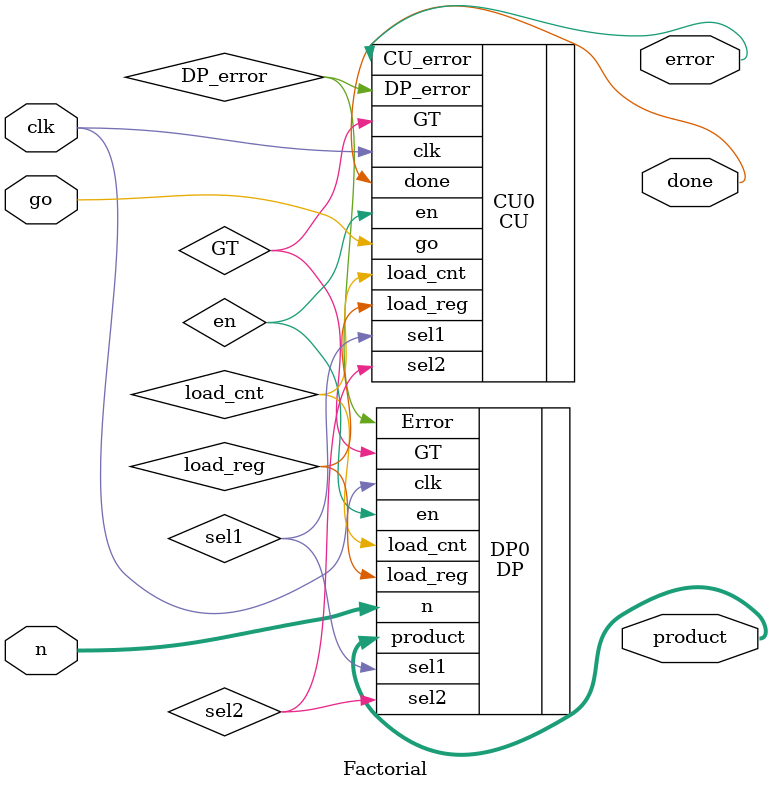
<source format=v>
`timescale 1ns / 1ps


module Factorial(
    input wire go, clk,
    input wire [3:0] n,
    output wire done, error,
    output wire [31:0] product
);

wire load_cnt, en, load_reg, sel1, sel2, DP_error, GT;

DP DP0(
    .n(n), 
    .load_cnt(load_cnt), 
    .en(en), 
    .load_reg(load_reg), 
    .sel1(sel1), 
    .sel2(sel2), 
    .clk(clk), 
    .Error(DP_error), 
    .GT(GT), 
    .product(product)
);

CU CU0(
    .go(go),
    .clk(clk),
    .GT(GT),
    .DP_error(DP_error),
    .load_cnt(load_cnt),
    .en(en),
    .load_reg(load_reg),
    .sel1(sel1),
    .sel2(sel2),
    .done(done),
    .CU_error(error)
);


endmodule

</source>
